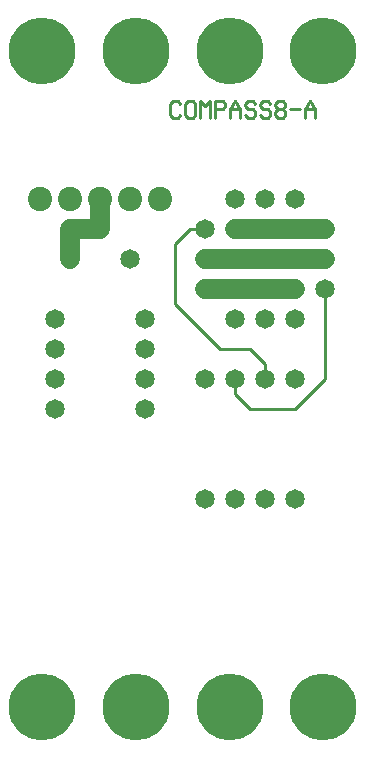
<source format=gtl>
%MOIN*%
%FSLAX25Y25*%
G04 D10 used for Character Trace; *
G04     Circle (OD=.01000) (No hole)*
G04 D11 used for Power Trace; *
G04     Circle (OD=.06700) (No hole)*
G04 D12 used for Signal Trace; *
G04     Circle (OD=.01100) (No hole)*
G04 D13 used for Via; *
G04     Circle (OD=.05800) (Round. Hole ID=.02800)*
G04 D14 used for Component hole; *
G04     Circle (OD=.06500) (Round. Hole ID=.03500)*
G04 D15 used for Component hole; *
G04     Circle (OD=.06700) (Round. Hole ID=.04300)*
G04 D16 used for Component hole; *
G04     Circle (OD=.08100) (Round. Hole ID=.05100)*
G04 D17 used for Component hole; *
G04     Circle (OD=.08900) (Round. Hole ID=.05900)*
G04 D18 used for Component hole; *
G04     Circle (OD=.11300) (Round. Hole ID=.08300)*
G04 D19 used for Component hole; *
G04     Circle (OD=.16000) (Round. Hole ID=.13000)*
G04 D20 used for Component hole; *
G04     Circle (OD=.18300) (Round. Hole ID=.15300)*
G04 D21 used for Component hole; *
G04     Circle (OD=.22291) (Round. Hole ID=.19291)*
%ADD10C,.01000*%
%ADD11C,.06700*%
%ADD12C,.01100*%
%ADD13C,.05800*%
%ADD14C,.06500*%
%ADD15C,.06700*%
%ADD16C,.08100*%
%ADD17C,.08900*%
%ADD18C,.11300*%
%ADD19C,.16000*%
%ADD20C,.18300*%
%ADD21C,.22291*%
%IPPOS*%
%LPD*%
G90*X0Y0D02*D21*X15625Y15625D03*X46875D03*        
X78125D03*D14*X80000Y85000D03*X70000D03*X90000D03*
X100000D03*D21*X109375Y15625D03*D12*              
X85000Y115000D02*X100000D01*X85000D02*            
X80000Y120000D01*Y125000D01*D14*D03*D12*          
X90000Y130000D02*X85000Y135000D01*                
X90000Y125000D02*Y130000D01*D14*Y125000D03*D12*   
X100000Y115000D02*X110000Y125000D01*Y155000D01*   
D14*D03*X100000Y145000D03*X110000Y165000D03*D11*  
X90000D01*D13*D03*D11*X70000D01*D14*D03*D13*      
X80000Y155000D03*D11*X70000D01*D14*D03*           
X80000Y145000D03*D11*Y155000D02*X100000D01*D13*   
D03*D14*X90000Y145000D03*D13*X80000Y175000D03*D11*
X100000D01*D13*D03*D11*X110000D01*D14*D03*        
X100000Y185000D03*X90000D03*X80000D03*D12*        
X75000Y135000D02*X85000D01*X75000D02*             
X60000Y150000D01*Y170000D01*X65000Y175000D01*     
X70000D01*D14*D03*D16*X55000Y185000D03*X45000D03* 
D14*Y165000D03*X50000Y145000D03*D16*              
X35000Y185000D03*D11*Y175000D01*X25000D01*        
Y165000D01*D14*D03*X20000Y145000D03*D16*          
X25000Y185000D03*X15000D03*D14*X20000Y135000D03*  
X50000D03*X20000Y125000D03*X50000D03*X70000D03*   
D10*X61674Y213086D02*X60837Y212129D01*X59163D01*  
X58326Y213086D01*Y216914D01*X59163Y217871D01*     
X60837D01*X61674Y216914D01*X66674Y213086D02*      
X65837Y212129D01*X64163D01*X63326Y213086D01*      
Y216914D01*X64163Y217871D01*X65837D01*            
X66674Y216914D01*Y213086D01*X68326Y212129D02*     
Y217871D01*X70000Y215957D01*X71674Y217871D01*     
Y212129D01*X73326D02*Y217871D01*X75837D01*        
X76674Y216914D01*Y215957D01*X75837Y215000D01*     
X73326D01*X78326Y212129D02*Y215000D01*            
X80000Y217871D01*X81674Y215000D01*Y212129D01*     
X78326Y215000D02*X81674D01*X86674Y216914D02*      
X85837Y217871D01*X84163D01*X83326Y216914D01*      
Y215957D01*X84163Y215000D01*X85837D01*            
X86674Y214043D01*Y213086D01*X85837Y212129D01*     
X84163D01*X83326Y213086D01*X91674Y216914D02*      
X90837Y217871D01*X89163D01*X88326Y216914D01*      
Y215957D01*X89163Y215000D01*X90837D01*            
X91674Y214043D01*Y213086D01*X90837Y212129D01*     
X89163D01*X88326Y213086D01*X94163Y215000D02*      
X93326Y215957D01*Y216914D01*X94163Y217871D01*     
X95837D01*X96674Y216914D01*Y215957D01*            
X95837Y215000D01*X94163D01*X93326Y214043D01*      
Y213086D01*X94163Y212129D01*X95837D01*            
X96674Y213086D01*Y214043D01*X95837Y215000D01*     
X98326D02*X101674D01*X103326Y212129D02*Y215000D01*
X105000Y217871D01*X106674Y215000D01*Y212129D01*   
X103326Y215000D02*X106674D01*D14*X20000Y115000D03*
X50000D03*D21*X78125Y234375D03*X46875D03*         
X15625D03*D14*X100000Y125000D03*D21*              
X109375Y234375D03*M02*                            

</source>
